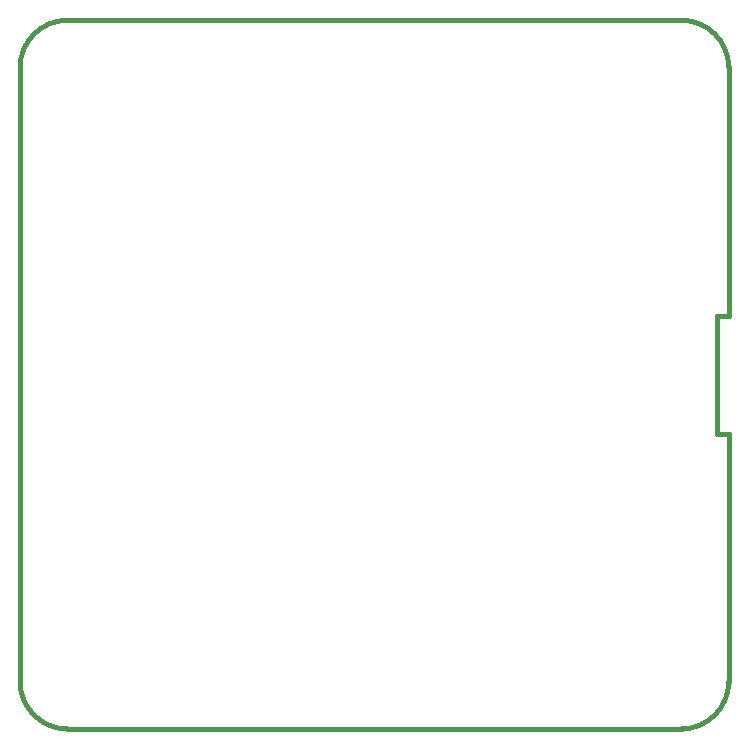
<source format=gbr>
%TF.GenerationSoftware,KiCad,Pcbnew,5.0.1-33cea8e~68~ubuntu16.04.1*%
%TF.CreationDate,2018-11-19T21:37:37+01:00*%
%TF.ProjectId,bcl4v2,62636C3476322E6B696361645F706362,rev?*%
%TF.SameCoordinates,Original*%
%TF.FileFunction,Profile,NP*%
%FSLAX46Y46*%
G04 Gerber Fmt 4.6, Leading zero omitted, Abs format (unit mm)*
G04 Created by KiCad (PCBNEW 5.0.1-33cea8e~68~ubuntu16.04.1) date Po 19. listopad 2018, 21:37:37 CET*
%MOMM*%
%LPD*%
G01*
G04 APERTURE LIST*
%ADD10C,0.381000*%
G04 APERTURE END LIST*
D10*
X129000000Y-105000000D02*
X130000000Y-105000000D01*
X129000000Y-95000000D02*
X129000000Y-105000000D01*
X130000000Y-95000000D02*
X129000000Y-95000000D01*
X74000000Y-70000000D02*
X126000000Y-70000000D01*
X70000000Y-126000000D02*
X70000000Y-74000000D01*
X126000000Y-130000000D02*
X74000000Y-130000000D01*
X130000000Y-105000000D02*
X130000000Y-126000000D01*
X126000000Y-130000000D02*
G75*
G03X130000000Y-126000000I0J4000000D01*
G01*
X70000000Y-126000000D02*
G75*
G03X74000000Y-130000000I4000000J0D01*
G01*
X74000000Y-70000000D02*
G75*
G03X70000000Y-74000000I0J-4000000D01*
G01*
X130000000Y-74000000D02*
X130000000Y-95000000D01*
X130000000Y-74000000D02*
G75*
G03X126000000Y-70000000I-4000000J0D01*
G01*
M02*

</source>
